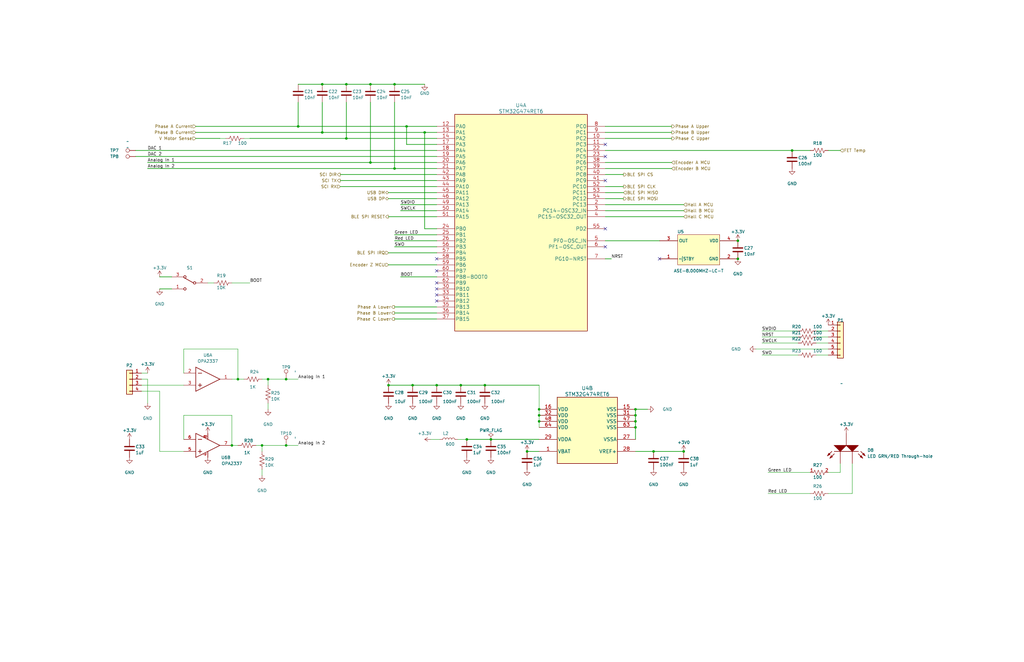
<source format=kicad_sch>
(kicad_sch (version 20231120) (generator "eeschema") (generator_version "8.0")
  (paper "B")
  (title_block (title "Advanced Motor Controller") (company "Electro Synthetics"))
  (lib_symbols
    (symbol "Connector:TestPoint" (pin_numbers hide) (pin_names (offset 0.762) hide)
      (property "Reference" "TP" (at 0 6.858 0))
      (property "Value" "TestPoint" (at 0 5.08 0))
      (symbol "TestPoint_1_1"
        (pin passive line (at 0 0 90) (length 2.54) (name "1") (number "1"))
      )
    )
    (symbol "Connector_Generic:Conn_01x04" (pin_names (offset 1.016) hide)
      (property "Reference" "J" (at 0 5.08 0))
      (property "Value" "Conn_01x04" (at 0 -7.62 0))
      (symbol "Conn_01x04_1_1"
        (pin passive line (at -5.08 2.54 0) (length 3.81) (name "Pin_1") (number "1"))
        (pin passive line (at -5.08 0 0) (length 3.81) (name "Pin_2") (number "2"))
        (pin passive line (at -5.08 -2.54 0) (length 3.81) (name "Pin_3") (number "3"))
        (pin passive line (at -5.08 -5.08 0) (length 3.81) (name "Pin_4") (number "4"))
      )
    )
    (symbol "Connector_Generic:Conn_01x06" (pin_names (offset 1.016) hide)
      (property "Reference" "J" (at 0 7.62 0))
      (property "Value" "Conn_01x06" (at 0 -10.16 0))
      (symbol "Conn_01x06_1_1"
        (pin passive line (at -5.08 5.08 0) (length 3.81) (name "Pin_1") (number "1"))
        (pin passive line (at -5.08 2.54 0) (length 3.81) (name "Pin_2") (number "2"))
        (pin passive line (at -5.08 0 0) (length 3.81) (name "Pin_3") (number "3"))
        (pin passive line (at -5.08 -2.54 0) (length 3.81) (name "Pin_4") (number "4"))
        (pin passive line (at -5.08 -5.08 0) (length 3.81) (name "Pin_5") (number "5"))
        (pin passive line (at -5.08 -7.62 0) (length 3.81) (name "Pin_6") (number "6"))
      )
    )
    (symbol "Device:C" (pin_numbers hide) (pin_names (offset 0.254))
      (property "Reference" "C" (at 0.635 2.54 0))
      (property "Value" "C" (at 0.635 -2.54 0))
      (symbol "C_1_1"
        (pin passive line (at 0 3.81 270) (length 2.794) (name "~") (number "1"))
        (pin passive line (at 0 -3.81 90) (length 2.794) (name "~") (number "2"))
      )
    )
    (symbol "Device:L" (pin_numbers hide) (pin_names (offset 1.016) hide)
      (property "Reference" "L" (at -1.27 0 90))
      (property "Value" "L" (at 1.905 0 90))
      (symbol "L_1_1"
        (pin passive line (at 0 3.81 270) (length 1.27) (name "1") (number "1"))
        (pin passive line (at 0 -3.81 90) (length 1.27) (name "2") (number "2"))
      )
    )
    (symbol "Device:R_US" (pin_numbers hide) (pin_names (offset 0))
      (property "Reference" "R" (at 2.54 0 90))
      (property "Value" "R_US" (at -2.54 0 90))
      (symbol "R_US_1_1"
        (pin passive line (at 0 3.81 270) (length 1.27) (name "~") (number "1"))
        (pin passive line (at 0 -3.81 90) (length 1.27) (name "~") (number "2"))
      )
    )
    (symbol "R_US_1" (pin_names (offset 0))
      (property "Reference" "R" (at 2.54 0 90))
      (property "Value" "R_US" (at -2.54 0 90))
      (symbol "R_US_1_1_1"
        (pin passive line (at 0 3.81 270) (length 1.27) (name "~") (number "1"))
        (pin passive line (at 0 -3.81 90) (length 1.27) (name "~") (number "2"))
      )
    )
    (symbol "User_Misc:ASE-8.000MHZ-LC-T"
      (property "Reference" "U" (at -17.78 12.7 0))
      (property "Value" "ASE-8.000MHZ-LC-T" (at -17.78 -2.54 0))
      (symbol "ASE-8.000MHZ-LC-T_1_0"
        (pin passive line (at -25.4 2.54 0) (length 7.62) (name "~{STBY") (number "1"))
        (pin passive line (at 7.62 2.54 180) (length 7.62) (name "GND") (number "2"))
        (pin passive line (at -25.4 10.16 0) (length 7.62) (name "OUT") (number "3"))
        (pin passive line (at 7.62 10.16 180) (length 7.62) (name "VDD") (number "4"))
      )
    )
    (symbol "User_Misc:JS102011SAQN"
      (property "Reference" "S" (at -5.334 -1.778 0))
      (symbol "JS102011SAQN_1_0"
        (pin passive line (at -10.16 -7.62 0) (length 5.08) (name "1") (number "1"))
        (pin passive line (at 5.08 -5.08 180) (length 5.08) (name "2") (number "2"))
        (pin passive line (at -10.16 -2.54 0) (length 5.08) (name "3") (number "3"))
      )
    )
    (symbol "User_Misc:LED GRN/RED Through-hole"
      (property "Reference" "D" (at 5.588 -7.366 0))
      (property "Value" "SSL-LX3059IGW-CA" (at 5.588 -9.906 0))
      (symbol "LED GRN/RED Through-hole_1_0"
        (pin passive line (at 0 -12.7 90) (length 5.08) (name "RK") (number "1"))
        (pin passive line (at -2.54 0 270) (length 5.08) (name "CA") (number "2"))
        (pin passive line (at -5.08 -12.7 90) (length 5.08) (name "GK") (number "3"))
      )
    )
    (symbol "User_Misc:OPA2337"
      (property "Reference" "U" (at -0.254 0.254 0))
      (property "Value" "OPA2337" (at -0.254 -12.954 0))
      (symbol "OPA2337_1_0"
        (pin output line (at 15.24 -5.08 180) (length 5.08) (name "OUT_A") (number "1"))
        (pin input line (at -5.08 -2.54 0) (length 5.08) (name "IN_A-") (number "2"))
        (pin input line (at -5.08 -7.62 0) (length 5.08) (name "IN_A+") (number "3"))
      )
      (symbol "OPA2337_2_0"
        (pin passive line (at 5.08 -10.16 90) (length 2.54) (name "4") (number "4"))
        (pin input line (at -5.08 -7.62 0) (length 5.08) (name "IN_B+") (number "5"))
        (pin input line (at -5.08 -2.54 0) (length 5.08) (name "IN_B-") (number "6"))
        (pin output line (at 15.24 -5.08 180) (length 5.08) (name "OUT_B") (number "7"))
        (pin passive line (at 5.08 0 270) (length 2.54) (name "8") (number "8"))
      )
    )
    (symbol "User_STM32G4:STM32G474RET6" (pin_names (offset 0.254))
      (property "Reference" "U" (at 35.56 10.16 0))
      (property "Value" "STM32G474RET6" (at 35.56 7.62 0))
      (symbol "STM32G474RET6_1_1"
        (pin bidirectional line (at 71.12 -5.08 180) (length 7.62) (name "PC2") (number "10"))
        (pin bidirectional line (at 71.12 -7.62 180) (length 7.62) (name "PC3") (number "11"))
        (pin bidirectional line (at 0 0 0) (length 7.62) (name "PA0") (number "12"))
        (pin bidirectional line (at 0 -2.54 0) (length 7.62) (name "PA1") (number "13"))
        (pin bidirectional line (at 0 -5.08 0) (length 7.62) (name "PA2") (number "14"))
        (pin bidirectional line (at 0 -7.62 0) (length 7.62) (name "PA3") (number "17"))
        (pin bidirectional line (at 0 -10.16 0) (length 7.62) (name "PA4") (number "18"))
        (pin bidirectional line (at 0 -12.7 0) (length 7.62) (name "PA5") (number "19"))
        (pin bidirectional line (at 71.12 -33.02 180) (length 7.62) (name "PC13") (number "2"))
        (pin bidirectional line (at 0 -15.24 0) (length 7.62) (name "PA6") (number "20"))
        (pin bidirectional line (at 0 -17.78 0) (length 7.62) (name "PA7") (number "21"))
        (pin bidirectional line (at 71.12 -10.16 180) (length 7.62) (name "PC4") (number "22"))
        (pin bidirectional line (at 71.12 -12.7 180) (length 7.62) (name "PC5") (number "23"))
        (pin bidirectional line (at 0 -43.18 0) (length 7.62) (name "PB0") (number "24"))
        (pin bidirectional line (at 0 -45.72 0) (length 7.62) (name "PB1") (number "25"))
        (pin bidirectional line (at 0 -48.26 0) (length 7.62) (name "PB2") (number "26"))
        (pin bidirectional line (at 71.12 -35.56 180) (length 7.62) (name "PC14-OSC32_IN") (number "3"))
        (pin bidirectional line (at 0 -68.58 0) (length 7.62) (name "PB10") (number "30"))
        (pin bidirectional line (at 0 -71.12 0) (length 7.62) (name "PB11") (number "33"))
        (pin bidirectional line (at 0 -73.66 0) (length 7.62) (name "PB12") (number "34"))
        (pin bidirectional line (at 0 -76.2 0) (length 7.62) (name "PB13") (number "35"))
        (pin bidirectional line (at 0 -78.74 0) (length 7.62) (name "PB14") (number "36"))
        (pin bidirectional line (at 0 -81.28 0) (length 7.62) (name "PB15") (number "37"))
        (pin bidirectional line (at 71.12 -15.24 180) (length 7.62) (name "PC6") (number "38"))
        (pin bidirectional line (at 71.12 -17.78 180) (length 7.62) (name "PC7") (number "39"))
        (pin bidirectional line (at 71.12 -38.1 180) (length 7.62) (name "PC15-OSC32_OUT") (number "4"))
        (pin bidirectional line (at 71.12 -20.32 180) (length 7.62) (name "PC8") (number "40"))
        (pin bidirectional line (at 71.12 -22.86 180) (length 7.62) (name "PC9") (number "41"))
        (pin bidirectional line (at 0 -20.32 0) (length 7.62) (name "PA8") (number "42"))
        (pin bidirectional line (at 0 -22.86 0) (length 7.62) (name "PA9") (number "43"))
        (pin bidirectional line (at 0 -25.4 0) (length 7.62) (name "PA10") (number "44"))
        (pin bidirectional line (at 0 -27.94 0) (length 7.62) (name "PA11") (number "45"))
        (pin bidirectional line (at 0 -30.48 0) (length 7.62) (name "PA12") (number "46"))
        (pin bidirectional line (at 0 -33.02 0) (length 7.62) (name "PA13") (number "49"))
        (pin bidirectional line (at 71.12 -48.26 180) (length 7.62) (name "PF0-OSC_IN") (number "5"))
        (pin bidirectional line (at 0 -35.56 0) (length 7.62) (name "PA14") (number "50"))
        (pin bidirectional line (at 0 -38.1 0) (length 7.62) (name "PA15") (number "51"))
        (pin bidirectional line (at 71.12 -25.4 180) (length 7.62) (name "PC10") (number "52"))
        (pin bidirectional line (at 71.12 -27.94 180) (length 7.62) (name "PC11") (number "53"))
        (pin bidirectional line (at 71.12 -30.48 180) (length 7.62) (name "PC12") (number "54"))
        (pin bidirectional line (at 71.12 -43.18 180) (length 7.62) (name "PD2") (number "55"))
        (pin bidirectional line (at 0 -50.8 0) (length 7.62) (name "PB3") (number "56"))
        (pin bidirectional line (at 0 -53.34 0) (length 7.62) (name "PB4") (number "57"))
        (pin bidirectional line (at 0 -55.88 0) (length 7.62) (name "PB5") (number "58"))
        (pin bidirectional line (at 0 -58.42 0) (length 7.62) (name "PB6") (number "59"))
        (pin bidirectional line (at 71.12 -50.8 180) (length 7.62) (name "PF1-OSC_OUT") (number "6"))
        (pin bidirectional line (at 0 -60.96 0) (length 7.62) (name "PB7") (number "60"))
        (pin bidirectional line (at 0 -63.5 0) (length 7.62) (name "PB8-BOOT0") (number "61"))
        (pin bidirectional line (at 0 -66.04 0) (length 7.62) (name "PB9") (number "62"))
        (pin bidirectional line (at 71.12 -55.88 180) (length 7.62) (name "PG10-NRST") (number "7"))
        (pin bidirectional line (at 71.12 0 180) (length 7.62) (name "PC0") (number "8"))
        (pin bidirectional line (at 71.12 -2.54 180) (length 7.62) (name "PC1") (number "9"))
      )
      (symbol "STM32G474RET6_2_1"
        (pin power_in line (at 0 -17.78 0) (length 7.62) (name "VBAT") (number "1"))
        (pin power_in line (at 40.64 0 180) (length 7.62) (name "VSS") (number "15"))
        (pin power_in line (at 0 0 0) (length 7.62) (name "VDD") (number "16"))
        (pin power_in line (at 40.64 -12.7 180) (length 7.62) (name "VSSA") (number "27"))
        (pin power_in line (at 40.64 -17.78 180) (length 7.62) (name "VREF+") (number "28"))
        (pin power_in line (at 0 -12.7 0) (length 7.62) (name "VDDA") (number "29"))
        (pin power_in line (at 40.64 -2.54 180) (length 7.62) (name "VSS") (number "31"))
        (pin power_in line (at 0 -2.54 0) (length 7.62) (name "VDD") (number "32"))
        (pin power_in line (at 40.64 -5.08 180) (length 7.62) (name "VSS") (number "47"))
        (pin power_in line (at 0 -5.08 0) (length 7.62) (name "VDD") (number "48"))
        (pin power_in line (at 40.64 -7.62 180) (length 7.62) (name "VSS") (number "63"))
        (pin power_in line (at 0 -7.62 0) (length 7.62) (name "VDD") (number "64"))
      )
    )
    (symbol "power:+3.3V" (power) (pin_names (offset 0))
      (property "Value" "+3.3V" (at 0 3.556 0))
      (symbol "+3.3V_1_1"
        (pin power_in line (at 0 0 90) (length 0) hide (name "+3.3V") (number "1"))
      )
    )
    (symbol "power:+3V0" (power) (pin_names (offset 0))
      (property "Value" "+3V0" (at 0 3.556 0))
      (symbol "+3V0_1_1"
        (pin power_in line (at 0 0 90) (length 0) hide (name "+3V0") (number "1"))
      )
    )
    (symbol "power:GND" (power) (pin_names (offset 0))
      (property "Value" "GND" (at 0 -3.81 0))
      (symbol "GND_1_1"
        (pin power_in line (at 0 0 270) (length 0) hide (name "GND") (number "1"))
      )
    )
    (symbol "power:PWR_FLAG" (power) (pin_numbers hide) (pin_names (offset 0) hide)
      (property "Value" "PWR_FLAG" (at 0 3.81 0))
      (symbol "PWR_FLAG_0_0"
        (pin power_out line (at 0 0 90) (length 0) (name "pwr") (number "1"))
      )
    )
  )
  (junction (at 120.65 187.96))
  (junction (at 267.97 172.72))
  (junction (at 135.89 55.88))
  (junction (at 171.45 53.34))
  (junction (at 156.21 68.58))
  (junction (at 184.15 162.56))
  (junction (at 156.21 35.56))
  (junction (at 120.65 160.02))
  (junction (at 204.47 162.56))
  (junction (at 146.05 58.42))
  (junction (at 311.15 109.22))
  (junction (at 288.29 190.5))
  (junction (at 179.07 55.88))
  (junction (at 222.25 190.5))
  (junction (at 267.97 177.8))
  (junction (at 267.97 180.34))
  (junction (at 113.03 160.02))
  (junction (at 334.01 63.5))
  (junction (at 166.37 71.12))
  (junction (at 311.15 101.6))
  (junction (at 166.37 35.56))
  (junction (at 125.73 53.34))
  (junction (at 97.79 187.96))
  (junction (at 196.85 185.42))
  (junction (at 227.33 175.26))
  (junction (at 173.99 162.56))
  (junction (at 267.97 175.26))
  (junction (at 135.89 35.56))
  (junction (at 275.59 190.5))
  (junction (at 227.33 177.8))
  (junction (at 163.83 162.56))
  (junction (at 110.49 187.96))
  (junction (at 227.33 172.72))
  (junction (at 194.31 162.56))
  (junction (at 207.01 185.42))
  (junction (at 100.33 160.02))
  (junction (at 146.05 35.56))
  (no_connect (at 255.27 76.2))
  (no_connect (at 184.15 114.3))
  (no_connect (at 184.15 121.92))
  (no_connect (at 278.13 109.22))
  (no_connect (at 184.15 119.38))
  (no_connect (at 255.27 60.96))
  (no_connect (at 255.27 66.04))
  (no_connect (at 184.15 127))
  (no_connect (at 184.15 109.22))
  (no_connect (at 184.15 124.46))
  (no_connect (at 255.27 96.52))
  (no_connect (at 255.27 104.14))
  (wire (pts (xy 163.83 91.44) (xy 184.15 91.44)) (stroke (width 0.254)))
  (wire (pts (xy 267.97 190.5) (xy 275.59 190.5)) (stroke (width 0.254)))
  (wire (pts (xy 97.79 187.96) (xy 100.33 187.96)))
  (wire (pts (xy 59.69 162.56) (xy 77.47 162.56)))
  (wire (pts (xy 283.21 58.42) (xy 255.27 58.42)) (stroke (width 0.254)))
  (wire (pts (xy 354.33 63.5) (xy 349.25 63.5)) (stroke (width 0.254)))
  (wire (pts (xy 171.45 53.34) (xy 125.73 53.34)) (stroke (width 0.254)))
  (wire (pts (xy 288.29 86.36) (xy 255.27 86.36)) (stroke (width 0.254)))
  (wire (pts (xy 67.31 190.5) (xy 77.47 190.5)))
  (wire (pts (xy 344.17 142.24) (xy 349.25 142.24)))
  (wire (pts (xy 163.83 111.76) (xy 184.15 111.76)) (stroke (width 0.254)))
  (wire (pts (xy 107.95 187.96) (xy 110.49 187.96)))
  (wire (pts (xy 166.37 71.12) (xy 62.23 71.12)) (stroke (width 0.254)))
  (wire (pts (xy 125.73 53.34) (xy 82.55 53.34)) (stroke (width 0.254)))
  (wire (pts (xy 262.89 81.28) (xy 255.27 81.28)) (stroke (width 0.254)))
  (wire (pts (xy 92.71 58.42) (xy 95.25 58.42)))
  (wire (pts (xy 207.01 185.42) (xy 227.33 185.42)) (stroke (width 0.254)))
  (wire (pts (xy 97.79 175.26) (xy 97.79 187.96)))
  (wire (pts (xy 184.15 71.12) (xy 166.37 71.12)) (stroke (width 0.254)))
  (wire (pts (xy 77.47 157.48) (xy 77.47 147.32)))
  (wire (pts (xy 323.85 199.39) (xy 341.63 199.39)))
  (wire (pts (xy 196.85 185.42) (xy 207.01 185.42)) (stroke (width 0.254)))
  (wire (pts (xy 344.17 144.78) (xy 349.25 144.78)))
  (wire (pts (xy 163.83 106.68) (xy 184.15 106.68)) (stroke (width 0.254)))
  (wire (pts (xy 62.23 160.02) (xy 62.23 170.18)))
  (wire (pts (xy 156.21 43.18) (xy 156.21 68.58)) (stroke (width 0.254)))
  (wire (pts (xy 168.91 86.36) (xy 184.15 86.36)) (stroke (width 0.254)))
  (wire (pts (xy 156.21 35.56) (xy 166.37 35.56)) (stroke (width 0.254)))
  (wire (pts (xy 179.07 55.88) (xy 184.15 55.88)) (stroke (width 0.254)))
  (wire (pts (xy 163.83 81.28) (xy 184.15 81.28)) (stroke (width 0.254)))
  (wire (pts (xy 173.99 162.56) (xy 184.15 162.56)) (stroke (width 0.254)))
  (wire (pts (xy 77.47 185.42) (xy 77.47 175.26)))
  (wire (pts (xy 184.15 162.56) (xy 194.31 162.56)) (stroke (width 0.254)))
  (wire (pts (xy 110.49 198.12) (xy 110.49 200.66)))
  (wire (pts (xy 283.21 68.58) (xy 255.27 68.58)) (stroke (width 0.254)))
  (wire (pts (xy 184.15 53.34) (xy 171.45 53.34)) (stroke (width 0.254)))
  (wire (pts (xy 125.73 35.56) (xy 135.89 35.56)) (stroke (width 0.254)))
  (wire (pts (xy 321.31 139.7) (xy 336.55 139.7)))
  (wire (pts (xy 204.47 162.56) (xy 227.33 162.56)) (stroke (width 0.254)))
  (wire (pts (xy 267.97 175.26) (xy 267.97 177.8)) (stroke (width 0.254)))
  (wire (pts (xy 166.37 104.14) (xy 184.15 104.14)) (stroke (width 0.254)))
  (wire (pts (xy 168.91 116.84) (xy 184.15 116.84)) (stroke (width 0.254)))
  (wire (pts (xy 67.31 165.1) (xy 67.31 190.5)))
  (wire (pts (xy 143.51 78.74) (xy 184.15 78.74)) (stroke (width 0.254)))
  (wire (pts (xy 166.37 35.56) (xy 179.07 35.56)) (stroke (width 0.254)))
  (wire (pts (xy 227.33 177.8) (xy 227.33 180.34)))
  (wire (pts (xy 146.05 43.18) (xy 146.05 58.42)) (stroke (width 0.254)))
  (wire (pts (xy 283.21 55.88) (xy 255.27 55.88)) (stroke (width 0.254)))
  (wire (pts (xy 334.01 63.5) (xy 341.63 63.5)) (stroke (width 0.254)))
  (wire (pts (xy 267.97 172.72) (xy 267.97 175.26)) (stroke (width 0.254)))
  (wire (pts (xy 267.97 177.8) (xy 267.97 180.34)) (stroke (width 0.254)))
  (wire (pts (xy 267.97 172.72) (xy 273.05 172.72)) (stroke (width 0.254)))
  (wire (pts (xy 181.61 185.42) (xy 185.42 185.42)))
  (wire (pts (xy 163.83 162.56) (xy 173.99 162.56)) (stroke (width 0.254)))
  (wire (pts (xy 179.07 96.52) (xy 179.07 55.88)) (stroke (width 0.254)))
  (wire (pts (xy 120.65 160.02) (xy 125.73 160.02)))
  (wire (pts (xy 97.79 119.38) (xy 105.41 119.38)))
  (wire (pts (xy 283.21 53.34) (xy 255.27 53.34)) (stroke (width 0.254)))
  (wire (pts (xy 255.27 63.5) (xy 334.01 63.5)) (stroke (width 0.254)))
  (wire (pts (xy 193.04 185.42) (xy 196.85 185.42)))
  (wire (pts (xy 57.15 66.04) (xy 184.15 66.04)) (stroke (width 0.254)))
  (wire (pts (xy 120.65 187.96) (xy 125.73 187.96)))
  (wire (pts (xy 321.31 142.24) (xy 336.55 142.24)))
  (wire (pts (xy 275.59 190.5) (xy 288.29 190.5)) (stroke (width 0.254)))
  (wire (pts (xy 344.17 149.86) (xy 349.25 149.86)))
  (wire (pts (xy 321.31 149.86) (xy 336.55 149.86)))
  (wire (pts (xy 59.69 165.1) (xy 67.31 165.1)))
  (wire (pts (xy 62.23 68.58) (xy 156.21 68.58)) (stroke (width 0.254)))
  (wire (pts (xy 100.33 147.32) (xy 100.33 160.02)))
  (wire (pts (xy 166.37 134.62) (xy 184.15 134.62)) (stroke (width 0.254)))
  (wire (pts (xy 267.97 180.34) (xy 267.97 185.42)) (stroke (width 0.254)))
  (wire (pts (xy 87.63 119.38) (xy 90.17 119.38)))
  (wire (pts (xy 359.41 208.28) (xy 349.25 208.28)))
  (wire (pts (xy 102.87 58.42) (xy 105.41 58.42)))
  (wire (pts (xy 143.51 76.2) (xy 184.15 76.2)) (stroke (width 0.254)))
  (wire (pts (xy 59.69 157.48) (xy 62.23 157.48)))
  (wire (pts (xy 125.73 43.18) (xy 125.73 53.34)) (stroke (width 0.254)))
  (wire (pts (xy 135.89 43.18) (xy 135.89 55.88)) (stroke (width 0.254)))
  (wire (pts (xy 166.37 129.54) (xy 184.15 129.54)) (stroke (width 0.254)))
  (wire (pts (xy 262.89 78.74) (xy 255.27 78.74)) (stroke (width 0.254)))
  (wire (pts (xy 257.81 109.22) (xy 255.27 109.22)) (stroke (width 0.254)))
  (wire (pts (xy 354.33 195.58) (xy 354.33 199.39)))
  (wire (pts (xy 146.05 35.56) (xy 156.21 35.56)) (stroke (width 0.254)))
  (wire (pts (xy 156.21 68.58) (xy 184.15 68.58)) (stroke (width 0.254)))
  (wire (pts (xy 110.49 160.02) (xy 113.03 160.02)))
  (wire (pts (xy 227.33 172.72) (xy 227.33 175.26)))
  (wire (pts (xy 262.89 83.82) (xy 255.27 83.82)) (stroke (width 0.254)))
  (wire (pts (xy 143.51 73.66) (xy 184.15 73.66)) (stroke (width 0.254)))
  (wire (pts (xy 113.03 170.18) (xy 113.03 172.72)))
  (wire (pts (xy 135.89 35.56) (xy 146.05 35.56)) (stroke (width 0.254)))
  (wire (pts (xy 255.27 101.6) (xy 278.13 101.6)) (stroke (width 0.254)))
  (wire (pts (xy 82.55 55.88) (xy 135.89 55.88)) (stroke (width 0.254)))
  (wire (pts (xy 82.55 58.42) (xy 92.71 58.42)) (stroke (width 0.254)))
  (wire (pts (xy 110.49 187.96) (xy 110.49 190.5)))
  (wire (pts (xy 97.79 160.02) (xy 100.33 160.02)))
  (wire (pts (xy 171.45 53.34) (xy 171.45 60.96)) (stroke (width 0.254)))
  (wire (pts (xy 135.89 55.88) (xy 179.07 55.88)) (stroke (width 0.254)))
  (wire (pts (xy 227.33 162.56) (xy 227.33 172.72)))
  (wire (pts (xy 77.47 175.26) (xy 97.79 175.26)))
  (wire (pts (xy 323.85 208.28) (xy 341.63 208.28)))
  (wire (pts (xy 168.91 88.9) (xy 184.15 88.9)) (stroke (width 0.254)))
  (wire (pts (xy 166.37 99.06) (xy 184.15 99.06)) (stroke (width 0.254)))
  (wire (pts (xy 166.37 101.6) (xy 184.15 101.6)) (stroke (width 0.254)))
  (wire (pts (xy 354.33 199.39) (xy 349.25 199.39)))
  (wire (pts (xy 194.31 162.56) (xy 204.47 162.56)) (stroke (width 0.254)))
  (wire (pts (xy 113.03 160.02) (xy 120.65 160.02)))
  (wire (pts (xy 184.15 96.52) (xy 179.07 96.52)) (stroke (width 0.254)))
  (wire (pts (xy 255.27 73.66) (xy 262.89 73.66)) (stroke (width 0.254)))
  (wire (pts (xy 288.29 91.44) (xy 255.27 91.44)) (stroke (width 0.254)))
  (wire (pts (xy 283.21 71.12) (xy 255.27 71.12)) (stroke (width 0.254)))
  (wire (pts (xy 57.15 63.5) (xy 184.15 63.5)) (stroke (width 0.254)))
  (wire (pts (xy 166.37 43.18) (xy 166.37 71.12)) (stroke (width 0.254)))
  (wire (pts (xy 113.03 160.02) (xy 113.03 162.56)))
  (wire (pts (xy 359.41 195.58) (xy 359.41 208.28)))
  (wire (pts (xy 77.47 147.32) (xy 100.33 147.32)))
  (wire (pts (xy 344.17 139.7) (xy 349.25 139.7)))
  (wire (pts (xy 171.45 60.96) (xy 184.15 60.96)) (stroke (width 0.254)))
  (wire (pts (xy 67.31 116.84) (xy 72.39 116.84)) (stroke (width 0.254)))
  (wire (pts (xy 227.33 175.26) (xy 227.33 177.8)))
  (wire (pts (xy 288.29 88.9) (xy 255.27 88.9)) (stroke (width 0.254)))
  (wire (pts (xy 100.33 160.02) (xy 102.87 160.02)))
  (wire (pts (xy 321.31 144.78) (xy 336.55 144.78)))
  (wire (pts (xy 222.25 190.5) (xy 227.33 190.5)) (stroke (width 0.254)))
  (wire (pts (xy 146.05 58.42) (xy 184.15 58.42)) (stroke (width 0.254)))
  (wire (pts (xy 67.31 121.92) (xy 72.39 121.92)) (stroke (width 0.254)))
  (wire (pts (xy 110.49 187.96) (xy 120.65 187.96)))
  (wire (pts (xy 59.69 160.02) (xy 62.23 160.02)))
  (wire (pts (xy 163.83 83.82) (xy 184.15 83.82)) (stroke (width 0.254)))
  (wire (pts (xy 166.37 132.08) (xy 184.15 132.08)) (stroke (width 0.254)))
  (wire (pts (xy 105.41 58.42) (xy 146.05 58.42)) (stroke (width 0.254)))
  (wire (pts (xy 318.77 147.32) (xy 349.25 147.32)))
  (label "SWCLK" (at 321.31 144.78 0))
  (label "Red LED" (at 166.37 101.6 0))
  (label "SWDIO" (at 321.31 139.7 0))
  (label "BOOT" (at 168.91 116.84 0))
  (label "SWO" (at 166.37 104.14 0))
  (label "Red LED" (at 323.85 208.28 0))
  (label "BOOT" (at 105.41 119.38 0))
  (label "NRST" (at 257.81 109.22 0))
  (label "SWCLK" (at 168.91 88.9 0))
  (label "Green LED" (at 323.85 199.39 0))
  (label "Analog In 2" (at 125.73 187.96 0))
  (label "SWDIO" (at 168.91 86.36 0))
  (label "Green LED" (at 166.37 99.06 0))
  (label "DAC 1" (at 62.23 63.5 0))
  (label "DAC 2" (at 62.23 66.04 0))
  (label "Analog In 1" (at 125.73 160.02 0))
  (label "Analog In 1" (at 62.23 68.58 0))
  (label "SWO" (at 321.31 149.86 0))
  (label "Analog In 2" (at 62.23 71.12 0))
  (label "NRST" (at 321.31 142.24 0))
  (hierarchical_label "Hall A MCU" (shape input) (at 288.29 86.36 0))
  (hierarchical_label "Phase A Upper" (shape output) (at 283.21 53.34 0))
  (hierarchical_label "Phase C Upper" (shape output) (at 283.21 58.42 0))
  (hierarchical_label "BLE SPI MISO" (shape input) (at 262.89 81.28 0))
  (hierarchical_label "Phase C Lower" (shape output) (at 166.37 134.62 180))
  (hierarchical_label "SCI DIR" (shape output) (at 143.51 73.66 180))
  (hierarchical_label "Hall C MCU" (shape input) (at 288.29 91.44 0))
  (hierarchical_label "Encoder B MCU" (shape input) (at 283.21 71.12 0))
  (hierarchical_label "FET Temp" (shape input) (at 354.33 63.5 0))
  (hierarchical_label "Phase B Lower" (shape output) (at 166.37 132.08 180))
  (hierarchical_label "Phase A Current" (shape input) (at 82.55 53.34 180))
  (hierarchical_label "Phase B Current" (shape input) (at 82.55 55.88 180))
  (hierarchical_label "Phase A Lower" (shape output) (at 166.37 129.54 180))
  (hierarchical_label "Encoder Z MCU" (shape input) (at 163.83 111.76 180))
  (hierarchical_label "BLE SPI RESET" (shape output) (at 163.83 91.44 180))
  (hierarchical_label "BLE SPI CLK" (shape output) (at 262.89 78.74 0))
  (hierarchical_label "SCI RX" (shape input) (at 143.51 78.74 180))
  (hierarchical_label "BLE SPI CS" (shape output) (at 262.89 73.66 0))
  (hierarchical_label "V Motor Sense" (shape input) (at 82.55 58.42 180))
  (hierarchical_label "Phase B Upper" (shape output) (at 283.21 55.88 0))
  (hierarchical_label "SCI TX" (shape output) (at 143.51 76.2 180))
  (hierarchical_label "Encoder A MCU" (shape input) (at 283.21 68.58 0))
  (hierarchical_label "BLE SPI IRQ" (shape input) (at 163.83 106.68 180))
  (hierarchical_label "USB DP" (shape bidirectional) (at 163.83 83.82 180))
  (hierarchical_label "USB DM" (shape bidirectional) (at 163.83 81.28 180))
  (hierarchical_label "BLE SPI MOSI" (shape output) (at 262.89 83.82 0))
  (hierarchical_label "Hall B MCU" (shape input) (at 288.29 88.9 0))
  (symbol (lib_id "Device:C") (at 311.15 105.41 0) (unit 1)
    (property "Reference" "C27" (at 313.69 105.41 0) (effects (justify left bottom)))
    (property "Value" "10nF" (at 313.69 107.95 0) (effects (justify left bottom)))
    (property "Footprint" "Capacitor_SMD:C_0603_1608Metric" (effects (hide yes)))
    (property "Manufacturer" "Samsung Electro-Mechanics" (effects (hide yes)))
    (property "Manufacturer Part Number" "CL10B103KB8NCNC" (effects (hide yes)))
    (property "Supplier 1" "Digi-Key" (effects (hide yes)))
    (property "Supplier Part Number 1" "1276-1921-1-ND" (effects (hide yes)))
  )
  (symbol (lib_id "power:GND") (at 334.01 71.12 0) (unit 1)
    (property "Reference" "#PWR0117" (effects (hide yes)))
    (property "Value" "GND" (at 334.01 77.47 0))
  )
  (symbol (lib_id "Device:R_US") (at 93.98 119.38 90) (unit 1)
    (property "Reference" "R19" (at 95.25 115.57 90) (effects (justify left bottom)))
    (property "Value" "10K" (at 95.25 120.65 90) (effects (justify left bottom)))
    (property "Footprint" "Resistor_SMD:R_0805_2012Metric" (effects (hide yes)))
    (property "Manufacturer" "Susumu" (effects (hide yes)))
    (property "Manufacturer Part Number" "RR1220P-103-D" (effects (hide yes)))
    (property "Supplier 1" "Digi-Key" (effects (hide yes)))
    (property "Supplier Part Number 1" "RR12P10.0KDCT-ND" (effects (hide yes)))
  )
  (symbol (lib_id "Device:C") (at 275.59 194.31 0) (unit 1)
    (property "Reference" "C37" (at 278.13 194.31 0) (effects (justify left bottom)))
    (property "Value" "100nF" (at 278.13 196.85 0) (effects (justify left bottom)))
    (property "Footprint" "Capacitor_SMD:C_0603_1608Metric" (effects (hide yes)))
    (property "Manufacturer" "AVX Corporation" (effects (hide yes)))
    (property "Manufacturer Part Number" "06035G104ZAT2A" (effects (hide yes)))
    (property "Supplier 1" "Digi-Key" (effects (hide yes)))
    (property "Supplier Part Number 1" "478-3724-1-ND" (effects (hide yes)))
  )
  (symbol (lib_id "power:+3.3V") (at 356.87 182.88 0) (unit 1)
    (property "Reference" "#PWR0123" (effects (hide yes)))
    (property "Value" "+3.3V" (at 356.87 179.07 0))
  )
  (symbol (lib_id "Device:R_US") (at 110.49 194.31 180) (unit 1)
    (property "Reference" "R29" (at 115.57 193.04 0) (effects (justify left bottom)))
    (property "Value" "10K" (at 115.57 195.58 0) (effects (justify left bottom)))
    (property "Footprint" "Resistor_SMD:R_0805_2012Metric" (effects (hide yes)))
    (property "Manufacturer" "Susumu" (effects (hide yes)))
    (property "Manufacturer Part Number" "RR1220P-103-D" (effects (hide yes)))
    (property "Supplier 1" "Digi-Key" (effects (hide yes)))
    (property "Supplier Part Number 1" "RR12P10.0KDCT-ND" (effects (hide yes)))
  )
  (symbol (lib_id "power:GND") (at 273.05 172.72 90) (unit 1)
    (property "Reference" "#PWR0102" (effects (hide yes)))
    (property "Value" "GND" (at 279.4 172.72 90) (effects (justify right)))
  )
  (symbol (lib_id "Device:R_US") (at 340.36 139.7 90) (unit 1)
    (property "Reference" "R20" (at 337.82 137.16 90) (effects (justify left bottom)))
    (property "Value" "100" (at 346.71 137.16 90) (effects (justify left bottom)))
    (property "Footprint" "Resistor_SMD:R_0603_1608Metric" (effects (hide yes)))
    (property "Manufacturer" "Yageo" (effects (hide yes)))
    (property "Manufacturer Part Number" "RC0603FR-07100RL" (effects (hide yes)))
    (property "Supplier 1" "Digi-Key" (effects (hide yes)))
    (property "Supplier Part Number 1" "311-100HRCT-ND" (effects (hide yes)))
  )
  (symbol (lib_id "power:GND") (at 163.83 170.18 0) (unit 1)
    (property "Reference" "#PWR0113" (effects (hide yes)))
    (property "Value" "GND" (at 163.83 176.53 0))
  )
  (symbol (lib_id "Device:C") (at 288.29 194.31 0) (unit 1)
    (property "Reference" "C38" (at 290.83 194.31 0) (effects (justify left bottom)))
    (property "Value" "1uF" (at 290.83 196.85 0) (effects (justify left bottom)))
    (property "Footprint" "Capacitor_SMD:C_0603_1608Metric" (effects (hide yes)))
    (property "Manufacturer" "Samsung Electro-Mechanics" (effects (hide yes)))
    (property "Manufacturer Part Number" "CL10A105KA8NNNC" (effects (hide yes)))
    (property "Supplier 1" "Digi-Key" (effects (hide yes)))
    (property "Supplier Part Number 1" "1276-1102-1-ND" (effects (hide yes)))
  )
  (symbol (lib_id "Device:R_US") (at 104.14 187.96 270) (unit 1)
    (property "Reference" "R28" (at 102.87 186.69 90) (effects (justify left bottom)))
    (property "Value" "1K" (at 102.87 191.77 90) (effects (justify left bottom)))
    (property "Footprint" "Resistor_SMD:R_0603_1608Metric" (effects (hide yes)))
    (property "Manufacturer" "Susumu" (effects (hide yes)))
    (property "Manufacturer Part Number" "RR0816P-102-D" (effects (hide yes)))
    (property "Supplier 1" "Digi-Key" (effects (hide yes)))
    (property "Supplier Part Number 1" "RR08P1.0KDDKR-ND" (effects (hide yes)))
  )
  (symbol (lib_id "Device:C") (at 54.61 189.23 0) (unit 1)
    (property "Reference" "C33" (at 57.15 189.23 0) (effects (justify left bottom)))
    (property "Value" "1uF" (at 57.15 191.77 0) (effects (justify left bottom)))
    (property "Footprint" "Capacitor_SMD:C_0603_1608Metric" (effects (hide yes)))
    (property "Manufacturer" "Samsung Electro-Mechanics" (effects (hide yes)))
    (property "Manufacturer Part Number" "CL10A105KA8NNNC" (effects (hide yes)))
    (property "Supplier 1" "Digi-Key" (effects (hide yes)))
    (property "Supplier Part Number 1" "1276-1102-1-ND" (effects (hide yes)))
  )
  (symbol (lib_id "User_Misc:OPA2337") (at 82.55 154.94 0) (unit 1)
    (property "Reference" "U6" (at 87.63 149.86 0))
    (property "Value" "OPA2337" (at 87.63 152.4 0))
    (property "Footprint" "Package_TO_SOT_SMD:SOT-23-8" (effects (hide yes)))
    (property "Datasheet" "https://www.ti.com/lit/ds/sbos077b/sbos077b.pdf" (effects (hide yes)))
    (property "Supplier 1" "Digi-Key" (effects (hide yes)))
    (property "Supplier Part Number 1" "296-26252-1-ND" (effects (hide yes)))
    (property "Manufacturer" "Texas Instruments" (effects (hide yes)))
    (property "Manufacturer Part Number" "OPA2337EA/3K" (effects (hide yes)))
  )
  (symbol (lib_id "Device:C") (at 194.31 166.37 0) (unit 1)
    (property "Reference" "C31" (at 196.85 166.37 0) (effects (justify left bottom)))
    (property "Value" "100nF" (at 196.85 170.18 0) (effects (justify left bottom)))
    (property "Footprint" "Capacitor_SMD:C_0603_1608Metric" (effects (hide yes)))
    (property "Manufacturer" "AVX Corporation" (effects (hide yes)))
    (property "Manufacturer Part Number" "06035G104ZAT2A" (effects (hide yes)))
    (property "Supplier 1" "Digi-Key" (effects (hide yes)))
    (property "Supplier Part Number 1" "478-3724-1-ND" (effects (hide yes)))
  )
  (symbol (lib_id "power:GND") (at 194.31 170.18 0) (unit 1)
    (property "Reference" "#PWR0114" (effects (hide yes)))
    (property "Value" "GND" (at 194.31 176.53 0))
  )
  (symbol (lib_id "power:GND") (at 196.85 193.04 0) (unit 1)
    (property "Reference" "#PWR0106" (effects (hide yes)))
    (property "Value" "GND" (at 196.85 199.39 0))
  )
  (symbol (lib_name "R_US_1") (lib_id "Device:R_US") (at 345.44 199.39 90) (unit 1)
    (property "Reference" "R27" (at 346.71 195.58 90) (effects (justify left bottom)))
    (property "Value" "100" (at 346.71 200.66 90) (effects (justify left bottom)))
    (property "Footprint" "Resistor_SMD:R_0603_1608Metric" (effects (hide yes)))
    (property "Manufacturer" "Yageo" (effects (hide yes)))
    (property "Manufacturer Part Number" "RC0603FR-07100RL" (effects (hide yes)))
    (property "Supplier 1" "Digi-Key" (effects (hide yes)))
    (property "Supplier Part Number 1" "311-100HRCT-ND" (effects (hide yes)))
  )
  (symbol (lib_id "Connector:TestPoint") (at 57.15 66.04 90) (unit 1)
    (property "Reference" "TP8" (at 48.26 66.04 90))
    (property "Value" "~" (at 53.848 62.23 90))
    (property "Footprint" "User_Misc:TestPoint" (effects (hide yes)))
    (property "Datasheet" "https://www.keyelco.com/userAssets/file/M65p56.pdf" (effects (hide yes)))
    (property "Manufacturer" "Keystone Electronics" (effects (hide yes)))
    (property "Manufacturer Part Number" "5003" (effects (hide yes)))
    (property "Supplier 1" "Digi-Key" (effects (hide yes)))
    (property "Supplier Part Number 1" "36-5003-ND" (effects (hide yes)))
  )
  (symbol (lib_id "Device:C") (at 125.73 39.37 0) (unit 1)
    (property "Reference" "C21" (at 128.27 39.37 0) (effects (justify left bottom)))
    (property "Value" "10nF" (at 128.27 41.91 0) (effects (justify left bottom)))
    (property "Footprint" "Capacitor_SMD:C_0603_1608Metric" (effects (hide yes)))
    (property "Manufacturer" "Samsung Electro-Mechanics" (effects (hide yes)))
    (property "Manufacturer Part Number" "CL10B103KB8NCNC" (effects (hide yes)))
    (property "Supplier 1" "Digi-Key" (effects (hide yes)))
    (property "Supplier Part Number 1" "1276-1921-1-ND" (effects (hide yes)))
  )
  (symbol (lib_id "power:GND") (at 54.61 193.04 0) (unit 1)
    (property "Reference" "#PWR0130" (effects (hide yes)))
    (property "Value" "GND" (at 54.61 199.39 0))
  )
  (symbol (lib_id "power:+3.3V") (at 87.63 182.88 0) (unit 1)
    (property "Reference" "#PWR0126" (effects (hide yes)))
    (property "Value" "+3.3V" (at 87.63 179.07 0))
  )
  (symbol (lib_id "power:GND") (at 311.15 109.22 0) (unit 1)
    (property "Reference" "#PWR0118" (effects (hide yes)))
    (property "Value" "GND" (at 311.15 115.57 0))
  )
  (symbol (lib_id "Device:R_US") (at 99.06 58.42 90) (unit 1)
    (property "Reference" "R17" (at 97.79 59.69 90) (effects (justify left bottom)))
    (property "Value" "100" (at 104.14 59.69 90) (effects (justify left bottom)))
    (property "Footprint" "Resistor_SMD:R_0603_1608Metric" (effects (hide yes)))
    (property "Manufacturer" "Yageo" (effects (hide yes)))
    (property "Manufacturer Part Number" "RC0603FR-07100RL" (effects (hide yes)))
    (property "Supplier 1" "Digi-Key" (effects (hide yes)))
    (property "Supplier Part Number 1" "311-100HRCT-ND" (effects (hide yes)))
  )
  (symbol (lib_id "power:GND") (at 207.01 193.04 0) (unit 1)
    (property "Reference" "#PWR0107" (effects (hide yes)))
    (property "Value" "GND" (at 207.01 199.39 0))
  )
  (symbol (lib_id "power:GND") (at 62.23 170.18 0) (unit 1)
    (property "Reference" "#PWR0131" (effects (hide yes)))
    (property "Value" "GND" (at 62.23 176.53 0))
  )
  (symbol (lib_id "User_Misc:ASE-8.000MHZ-LC-T") (at 303.53 111.76 0) (unit 1)
    (property "Reference" "U5" (at 287.02 97.79 0))
    (property "Value" "ASE-8.000MHZ-LC-T" (at 294.64 114.3 0))
    (property "Footprint" "Crystal:Crystal_SMD_Abracon_ABM8G-4Pin_3.2x2.5mm" (effects (hide yes)))
    (property "Datasheet" "https://abracon.com/Oscillators/ASEseries.pdf" (effects (hide yes)))
    (property "Manufacturer" "Abracon LLC" (effects (hide yes)))
    (property "Manufacturer Part Number" "ASE-8.000MHZ-LC-T" (effects (hide yes)))
    (property "Supplier 1" "Digi-Key" (effects (hide yes)))
    (property "Supplier Part Number 1" "535-9558-1-ND" (effects (hide yes)))
  )
  (symbol (lib_id "Device:R_US") (at 345.44 63.5 90) (unit 1)
    (property "Reference" "R18" (at 346.71 59.69 90) (effects (justify left bottom)))
    (property "Value" "100" (at 346.71 64.77 90) (effects (justify left bottom)))
    (property "Footprint" "Resistor_SMD:R_0603_1608Metric" (effects (hide yes)))
    (property "Manufacturer" "Yageo" (effects (hide yes)))
    (property "Manufacturer Part Number" "RC0603FR-07100RL" (effects (hide yes)))
    (property "Supplier 1" "Digi-Key" (effects (hide yes)))
    (property "Supplier Part Number 1" "311-100HRCT-ND" (effects (hide yes)))
  )
  (symbol (lib_id "power:GND") (at 184.15 170.18 0) (unit 1)
    (property "Reference" "#PWR0115" (effects (hide yes)))
    (property "Value" "GND" (at 184.15 176.53 0))
  )
  (symbol (lib_id "power:GND") (at 222.25 198.12 0) (unit 1)
    (property "Reference" "#PWR0105" (effects (hide yes)))
    (property "Value" "GND" (at 222.25 204.47 0))
  )
  (symbol (lib_id "Device:R_US") (at 345.44 208.28 90) (unit 1)
    (property "Reference" "R26" (at 346.71 204.47 90) (effects (justify left bottom)))
    (property "Value" "100" (at 346.71 209.55 90) (effects (justify left bottom)))
    (property "Footprint" "Resistor_SMD:R_0603_1608Metric" (effects (hide yes)))
    (property "Manufacturer" "Yageo" (effects (hide yes)))
    (property "Manufacturer Part Number" "RC0603FR-07100RL" (effects (hide yes)))
    (property "Supplier 1" "Digi-Key" (effects (hide yes)))
    (property "Supplier Part Number 1" "311-100HRCT-ND" (effects (hide yes)))
  )
  (symbol (lib_id "Device:C") (at 146.05 39.37 0) (unit 1)
    (property "Reference" "C23" (at 148.59 39.37 0) (effects (justify left bottom)))
    (property "Value" "10nF" (at 148.59 41.91 0) (effects (justify left bottom)))
    (property "Footprint" "Capacitor_SMD:C_0603_1608Metric" (effects (hide yes)))
    (property "Manufacturer" "Samsung Electro-Mechanics" (effects (hide yes)))
    (property "Manufacturer Part Number" "CL10B103KB8NCNC" (effects (hide yes)))
    (property "Supplier 1" "Digi-Key" (effects (hide yes)))
    (property "Supplier Part Number 1" "1276-1921-1-ND" (effects (hide yes)))
  )
  (symbol (lib_id "Device:R_US") (at 340.36 142.24 90) (unit 1)
    (property "Reference" "R21" (at 337.82 139.7 90) (effects (justify left bottom)))
    (property "Value" "100" (at 346.71 139.7 90) (effects (justify left bottom)))
    (property "Footprint" "Resistor_SMD:R_0603_1608Metric" (effects (hide yes)))
    (property "Manufacturer" "Yageo" (effects (hide yes)))
    (property "Manufacturer Part Number" "RC0603FR-07100RL" (effects (hide yes)))
    (property "Supplier 1" "Digi-Key" (effects (hide yes)))
    (property "Supplier Part Number 1" "311-100HRCT-ND" (effects (hide yes)))
  )
  (symbol (lib_id "power:+3V0") (at 288.29 190.5 0) (unit 1)
    (property "Reference" "#PWR0109" (effects (hide yes)))
    (property "Value" "+3V0" (at 288.29 186.69 0))
  )
  (symbol (lib_id "Device:C") (at 184.15 166.37 0) (unit 1)
    (property "Reference" "C30" (at 186.69 166.37 0) (effects (justify left bottom)))
    (property "Value" "100nF" (at 186.69 170.18 0) (effects (justify left bottom)))
    (property "Footprint" "Capacitor_SMD:C_0603_1608Metric" (effects (hide yes)))
    (property "Manufacturer" "AVX Corporation" (effects (hide yes)))
    (property "Manufacturer Part Number" "06035G104ZAT2A" (effects (hide yes)))
    (property "Supplier 1" "Digi-Key" (effects (hide yes)))
    (property "Supplier Part Number 1" "478-3724-1-ND" (effects (hide yes)))
  )
  (symbol (lib_id "Device:C") (at 135.89 39.37 0) (unit 1)
    (property "Reference" "C22" (at 138.43 39.37 0) (effects (justify left bottom)))
    (property "Value" "10nF" (at 138.43 41.91 0) (effects (justify left bottom)))
    (property "Footprint" "Capacitor_SMD:C_0603_1608Metric" (effects (hide yes)))
    (property "Manufacturer" "Samsung Electro-Mechanics" (effects (hide yes)))
    (property "Manufacturer Part Number" "CL10B103KB8NCNC" (effects (hide yes)))
    (property "Supplier 1" "Digi-Key" (effects (hide yes)))
    (property "Supplier Part Number 1" "1276-1921-1-ND" (effects (hide yes)))
  )
  (symbol (lib_id "User_STM32G4:STM32G474RET6") (at 227.33 172.72 0) (unit 2)
    (property "Reference" "U4" (at 247.65 163.83 0) (effects (font (size 1.524 1.524))))
    (property "Value" "STM32G474RET6" (at 247.65 166.37 0) (effects (font (size 1.524 1.524))))
    (property "Footprint" "Package_QFP:LQFP-64_10x10mm_P0.5mm" (effects (hide yes)))
    (property "Datasheet" "https://www.st.com/resource/en/datasheet/stm32g474cb.pdf" (effects (hide yes)))
    (property "Manufacturer" "STMicroelectronics" (effects (hide yes)))
    (property "Manufacturer Part Number" "STM32G474RET6" (effects (hide yes)))
    (property "Supplier 1" "Digi-Key" (effects (hide yes)))
    (property "Supplier Part Number 1" "497-STM32G474RET6-ND" (effects (hide yes)))
  )
  (symbol (lib_id "Device:C") (at 334.01 67.31 0) (unit 1)
    (property "Reference" "C26" (at 336.55 67.31 0) (effects (justify left bottom)))
    (property "Value" "100nF" (at 336.55 69.85 0) (effects (justify left bottom)))
    (property "Footprint" "Capacitor_SMD:C_0603_1608Metric" (effects (hide yes)))
    (property "Manufacturer" "AVX Corporation" (effects (hide yes)))
    (property "Manufacturer Part Number" "06035G104ZAT2A" (effects (hide yes)))
    (property "Supplier 1" "Digi-Key" (effects (hide yes)))
    (property "Supplier Part Number 1" "478-3724-1-ND" (effects (hide yes)))
  )
  (symbol (lib_id "power:GND") (at 110.49 200.66 0) (unit 1)
    (property "Reference" "#PWR0129" (effects (hide yes)))
    (property "Value" "GND" (at 110.49 207.01 0))
  )
  (symbol (lib_id "Device:R_US") (at 340.36 144.78 90) (unit 1)
    (property "Reference" "R22" (at 337.82 142.24 90) (effects (justify left bottom)))
    (property "Value" "100" (at 346.71 142.24 90) (effects (justify left bottom)))
    (property "Footprint" "Resistor_SMD:R_0603_1608Metric" (effects (hide yes)))
    (property "Manufacturer" "Yageo" (effects (hide yes)))
    (property "Manufacturer Part Number" "RC0603FR-07100RL" (effects (hide yes)))
    (property "Supplier 1" "Digi-Key" (effects (hide yes)))
    (property "Supplier Part Number 1" "311-100HRCT-ND" (effects (hide yes)))
  )
  (symbol (lib_id "power:GND") (at 275.59 198.12 0) (unit 1)
    (property "Reference" "#PWR0103" (effects (hide yes)))
    (property "Value" "GND" (at 275.59 204.47 0))
  )
  (symbol (lib_id "power:+3.3V") (at 54.61 185.42 0) (unit 1)
    (property "Reference" "#PWR0132" (effects (hide yes)))
    (property "Value" "+3.3V" (at 54.61 181.61 0))
  )
  (symbol (lib_id "power:GND") (at 318.77 147.32 270) (unit 1)
    (property "Reference" "#PWR0121" (effects (hide yes)))
    (property "Value" "GND" (at 312.42 147.32 90) (effects (justify right)))
  )
  (symbol (lib_id "Device:C") (at 222.25 194.31 0) (unit 1)
    (property "Reference" "C36" (at 224.79 194.31 0) (effects (justify left bottom)))
    (property "Value" "1uF" (at 224.79 196.85 0) (effects (justify left bottom)))
    (property "Footprint" "Capacitor_SMD:C_0603_1608Metric" (effects (hide yes)))
    (property "Manufacturer" "Samsung Electro-Mechanics" (effects (hide yes)))
    (property "Manufacturer Part Number" "CL10A105KA8NNNC" (effects (hide yes)))
    (property "Supplier 1" "Digi-Key" (effects (hide yes)))
    (property "Supplier Part Number 1" "1276-1102-1-ND" (effects (hide yes)))
  )
  (symbol (lib_id "power:+3.3V") (at 163.83 162.56 0) (unit 1)
    (property "Reference" "#PWR0111" (effects (hide yes)))
    (property "Value" "+3.3V" (at 163.83 158.75 0))
  )
  (symbol (lib_id "power:GND") (at 173.99 170.18 0) (unit 1)
    (property "Reference" "#PWR0112" (effects (hide yes)))
    (property "Value" "GND" (at 173.99 176.53 0))
  )
  (symbol (lib_id "power:GND") (at 288.29 198.12 0) (unit 1)
    (property "Reference" "#PWR0110" (effects (hide yes)))
    (property "Value" "GND" (at 288.29 204.47 0))
  )
  (symbol (lib_id "power:GND") (at 179.07 35.56 0) (unit 1)
    (property "Reference" "#PWR0120" (effects (hide yes)))
    (property "Value" "GND" (at 179.07 39.37 0))
  )
  (symbol (lib_id "power:+3.3V") (at 67.31 116.84 0) (unit 1)
    (property "Reference" "#PWR0124" (effects (hide yes)))
    (property "Value" "+3.3V" (at 67.31 113.03 0))
  )
  (symbol (lib_id "power:GND") (at 113.03 172.72 0) (unit 1)
    (property "Reference" "#PWR0133" (effects (hide yes)))
    (property "Value" "GND" (at 113.03 179.07 0))
  )
  (symbol (lib_id "Device:R_US") (at 106.68 160.02 90) (unit 1)
    (property "Reference" "R24" (at 109.22 156.21 90) (effects (justify left bottom)))
    (property "Value" "1K" (at 107.95 162.56 90) (effects (justify left bottom)))
    (property "Footprint" "Resistor_SMD:R_0603_1608Metric" (effects (hide yes)))
    (property "Manufacturer" "Susumu" (effects (hide yes)))
    (property "Manufacturer Part Number" "RR0816P-102-D" (effects (hide yes)))
    (property "Supplier 1" "Digi-Key" (effects (hide yes)))
    (property "Supplier Part Number 1" "RR08P1.0KDDKR-ND" (effects (hide yes)))
  )
  (symbol (lib_id "Device:C") (at 207.01 189.23 0) (unit 1)
    (property "Reference" "C35" (at 209.55 189.23 0) (effects (justify left bottom)))
    (property "Value" "100nF" (at 209.55 191.77 0) (effects (justify left bottom)))
    (property "Footprint" "Capacitor_SMD:C_0603_1608Metric" (effects (hide yes)))
    (property "Manufacturer" "AVX Corporation" (effects (hide yes)))
    (property "Manufacturer Part Number" "06035G104ZAT2A" (effects (hide yes)))
    (property "Supplier 1" "Digi-Key" (effects (hide yes)))
    (property "Supplier Part Number 1" "478-3724-1-ND" (effects (hide yes)))
  )
  (symbol (lib_id "power:GND") (at 204.47 170.18 0) (unit 1)
    (property "Reference" "#PWR0108" (effects (hide yes)))
    (property "Value" "GND" (at 204.47 176.53 0))
  )
  (symbol (lib_id "Connector:TestPoint") (at 57.15 63.5 90) (unit 1)
    (property "Reference" "TP7" (at 48.26 63.5 90))
    (property "Value" "~" (at 53.848 59.69 90))
    (property "Footprint" "User_Misc:TestPoint" (effects (hide yes)))
    (property "Datasheet" "https://www.keyelco.com/userAssets/file/M65p56.pdf" (effects (hide yes)))
    (property "Manufacturer" "Keystone Electronics" (effects (hide yes)))
    (property "Manufacturer Part Number" "5003" (effects (hide yes)))
    (property "Supplier 1" "Digi-Key" (effects (hide yes)))
    (property "Supplier Part Number 1" "36-5003-ND" (effects (hide yes)))
  )
  (symbol (lib_id "Connector_Generic:Conn_01x04") (at 54.61 160.02 0) (mirror y) (unit 1)
    (property "Reference" "P2" (at 55.88 154.94 0) (effects (justify left bottom)))
    (property "Footprint" "User_Connectors:MOLEX RIGHT ANGLE HDR1X4" (effects (hide yes)))
    (property "Manufacturer" "Molex" (effects (hide yes)))
    (property "Manufacturer Part Number" "0022057048" (effects (hide yes)))
    (property "Supplier 1" "Digi-Key" (effects (hide yes)))
    (property "Supplier Part Number 1" "WM2786-ND" (effects (hide yes)))
  )
  (symbol (lib_id "power:+3.3V") (at 311.15 101.6 0) (unit 1)
    (property "Reference" "#PWR0119" (effects (hide yes)))
    (property "Value" "+3.3V" (at 311.15 97.79 0))
  )
  (symbol (lib_id "Connector:TestPoint") (at 120.65 160.02 0) (unit 1)
    (property "Reference" "TP9" (at 120.65 154.94 0))
    (property "Value" "~" (at 124.46 156.718 90))
    (property "Footprint" "User_Misc:TestPoint" (effects (hide yes)))
    (property "Datasheet" "https://www.keyelco.com/userAssets/file/M65p56.pdf" (effects (hide yes)))
    (property "Manufacturer" "Keystone Electronics" (effects (hide yes)))
    (property "Manufacturer Part Number" "5003" (effects (hide yes)))
    (property "Supplier 1" "Digi-Key" (effects (hide yes)))
    (property "Supplier Part Number 1" "36-5003-ND" (effects (hide yes)))
  )
  (symbol (lib_id "Device:C") (at 204.47 166.37 0) (unit 1)
    (property "Reference" "C32" (at 207.01 166.37 0) (effects (justify left bottom)))
    (property "Value" "100nF" (at 207.01 170.18 0) (effects (justify left bottom)))
    (property "Footprint" "Capacitor_SMD:C_0603_1608Metric" (effects (hide yes)))
    (property "Manufacturer" "AVX Corporation" (effects (hide yes)))
    (property "Manufacturer Part Number" "06035G104ZAT2A" (effects (hide yes)))
    (property "Supplier 1" "Digi-Key" (effects (hide yes)))
    (property "Supplier Part Number 1" "478-3724-1-ND" (effects (hide yes)))
  )
  (symbol (lib_id "Connector:TestPoint") (at 120.65 187.96 0) (unit 1)
    (property "Reference" "TP10" (at 120.65 182.88 0))
    (property "Value" "~" (at 124.46 184.658 90))
    (property "Footprint" "User_Misc:TestPoint" (effects (hide yes)))
    (property "Datasheet" "https://www.keyelco.com/userAssets/file/M65p56.pdf" (effects (hide yes)))
    (property "Manufacturer" "Keystone Electronics" (effects (hide yes)))
    (property "Manufacturer Part Number" "5003" (effects (hide yes)))
    (property "Supplier 1" "Digi-Key" (effects (hide yes)))
    (property "Supplier Part Number 1" "36-5003-ND" (effects (hide yes)))
  )
  (symbol (lib_id "power:+3.3V") (at 181.61 185.42 90) (unit 1)
    (property "Reference" "#PWR0116" (effects (hide yes)))
    (property "Value" "+3.3V" (at 179.07 182.88 90))
  )
  (symbol (lib_id "power:+3.3V") (at 222.25 190.5 0) (unit 1)
    (property "Reference" "#PWR0104" (effects (hide yes)))
    (property "Value" "+3.3V" (at 222.25 186.69 0))
  )
  (symbol (lib_id "User_STM32G4:STM32G474RET6") (at 184.15 53.34 0) (unit 1)
    (property "Reference" "U4" (at 219.71 44.45 0) (effects (font (size 1.524 1.524))))
    (property "Value" "STM32G474RET6" (at 219.71 46.99 0) (effects (font (size 1.524 1.524))))
    (property "Footprint" "Package_QFP:LQFP-64_10x10mm_P0.5mm" (effects (hide yes)))
    (property "Datasheet" "https://www.st.com/resource/en/datasheet/stm32g474cb.pdf" (effects (hide yes)))
    (property "Manufacturer" "STMicroelectronics" (effects (hide yes)))
    (property "Manufacturer Part Number" "STM32G474RET6" (effects (hide yes)))
    (property "Supplier 1" "Digi-Key" (effects (hide yes)))
    (property "Supplier Part Number 1" "497-STM32G474RET6-ND" (effects (hide yes)))
  )
  (symbol (lib_id "Device:R_US") (at 340.36 149.86 90) (unit 1)
    (property "Reference" "R23" (at 337.82 147.32 90) (effects (justify left bottom)))
    (property "Value" "100" (at 346.71 147.32 90) (effects (justify left bottom)))
    (property "Footprint" "Resistor_SMD:R_0603_1608Metric" (effects (hide yes)))
    (property "Manufacturer" "Yageo" (effects (hide yes)))
    (property "Manufacturer Part Number" "RC0603FR-07100RL" (effects (hide yes)))
    (property "Supplier 1" "Digi-Key" (effects (hide yes)))
    (property "Supplier Part Number 1" "311-100HRCT-ND" (effects (hide yes)))
  )
  (symbol (lib_id "Device:C") (at 196.85 189.23 0) (unit 1)
    (property "Reference" "C34" (at 199.39 189.23 0) (effects (justify left bottom)))
    (property "Value" "1uF" (at 199.39 191.77 0) (effects (justify left bottom)))
    (property "Footprint" "Capacitor_SMD:C_0603_1608Metric" (effects (hide yes)))
    (property "Manufacturer" "Samsung Electro-Mechanics" (effects (hide yes)))
    (property "Manufacturer Part Number" "CL10A105KA8NNNC" (effects (hide yes)))
    (property "Supplier 1" "Digi-Key" (effects (hide yes)))
    (property "Supplier Part Number 1" "1276-1102-1-ND" (effects (hide yes)))
  )
  (symbol (lib_id "power:GND") (at 67.31 121.92 0) (unit 1)
    (property "Reference" "#PWR0125" (effects (hide yes)))
    (property "Value" "GND" (at 67.31 128.27 0))
  )
  (symbol (lib_id "Device:C") (at 173.99 166.37 0) (unit 1)
    (property "Reference" "C29" (at 176.53 166.37 0) (effects (justify left bottom)))
    (property "Value" "100nF" (at 176.53 170.18 0) (effects (justify left bottom)))
    (property "Footprint" "Capacitor_SMD:C_0603_1608Metric" (effects (hide yes)))
    (property "Manufacturer" "AVX Corporation" (effects (hide yes)))
    (property "Manufacturer Part Number" "06035G104ZAT2A" (effects (hide yes)))
    (property "Supplier 1" "Digi-Key" (effects (hide yes)))
    (property "Supplier Part Number 1" "478-3724-1-ND" (effects (hide yes)))
  )
  (symbol (lib_id "power:+3.3V") (at 62.23 157.48 0) (unit 1)
    (property "Reference" "#PWR0128" (effects (hide yes)))
    (property "Value" "+3.3V" (at 62.23 153.67 0))
  )
  (symbol (lib_id "Device:R_US") (at 113.03 166.37 180) (unit 1)
    (property "Reference" "R25" (at 118.11 165.1 0) (effects (justify left bottom)))
    (property "Value" "10K" (at 118.11 167.64 0) (effects (justify left bottom)))
    (property "Footprint" "Resistor_SMD:R_0805_2012Metric" (effects (hide yes)))
    (property "Manufacturer" "Susumu" (effects (hide yes)))
    (property "Manufacturer Part Number" "RR1220P-103-D" (effects (hide yes)))
    (property "Supplier 1" "Digi-Key" (effects (hide yes)))
    (property "Supplier Part Number 1" "RR12P10.0KDCT-ND" (effects (hide yes)))
  )
  (symbol (lib_id "power:+3.3V") (at 349.25 137.16 0) (unit 1)
    (property "Reference" "#PWR0122" (effects (hide yes)))
    (property "Value" "+3.3V" (at 349.25 133.35 0))
  )
  (symbol (lib_id "Connector_Generic:Conn_01x06") (at 354.33 142.24 0) (unit 1)
    (property "Reference" "P1" (at 353.06 135.89 0) (effects (justify left bottom)))
    (property "Value" "~" (at 354.33 162.56 0) (effects (justify left bottom)))
    (property "Footprint" "User_Connectors:TC2030-MCP" (effects (hide yes)))
  )
  (symbol (lib_id "power:PWR_FLAG") (at 207.01 185.42 0) (unit 1)
    (property "Reference" "#FLG0109" (effects (hide yes)))
    (property "Value" "PWR_FLAG" (at 207.01 181.61 0))
  )
  (symbol (lib_id "power:GND") (at 87.63 193.04 0) (unit 1)
    (property "Reference" "#PWR0127" (effects (hide yes)))
    (property "Value" "GND" (at 87.63 199.39 0))
  )
  (symbol (lib_id "User_Misc:LED GRN/RED Through-hole") (at 359.41 182.88 0) (unit 1)
    (property "Reference" "D8" (at 365.76 189.992 0) (effects (justify left)))
    (property "Value" "LED GRN/RED Through-hole" (at 365.76 192.532 0) (effects (justify left)))
    (property "Footprint" "LED_THT:LED_D5.0mm-3" (effects (hide yes)))
    (property "Datasheet" "https://www.lumex.com/spec/SSL-LX3059IGW-CA.pdf" (effects (hide yes)))
    (property "Manufacturer" "Lumex Opto/Components Inc." (effects (hide yes)))
    (property "Manufacturer Part Number" "SSL-LX3059IGW-CA" (effects (hide yes)))
    (property "Supplier 1" "Digi-Key" (effects (hide yes)))
    (property "Supplier Part Number 1" "67-2307-ND" (effects (hide yes)))
  )
  (symbol (lib_id "Device:C") (at 166.37 39.37 0) (unit 1)
    (property "Reference" "C25" (at 168.91 39.37 0) (effects (justify left bottom)))
    (property "Value" "10nF" (at 168.91 41.91 0) (effects (justify left bottom)))
    (property "Footprint" "Capacitor_SMD:C_0603_1608Metric" (effects (hide yes)))
    (property "Manufacturer" "Samsung Electro-Mechanics" (effects (hide yes)))
    (property "Manufacturer Part Number" "CL10B103KB8NCNC" (effects (hide yes)))
    (property "Supplier 1" "Digi-Key" (effects (hide yes)))
    (property "Supplier Part Number 1" "1276-1921-1-ND" (effects (hide yes)))
  )
  (symbol (lib_id "User_Misc:OPA2337") (at 82.55 182.88 0) (unit 2)
    (property "Reference" "U6" (at 95.25 193.04 0))
    (property "Value" "OPA2337" (at 97.79 195.58 0))
    (property "Footprint" "Package_TO_SOT_SMD:SOT-23-8" (effects (hide yes)))
    (property "Datasheet" "https://www.ti.com/lit/ds/sbos077b/sbos077b.pdf" (effects (hide yes)))
    (property "Supplier 1" "Digi-Key" (effects (hide yes)))
    (property "Supplier Part Number 1" "296-26252-1-ND" (effects (hide yes)))
    (property "Manufacturer" "Texas Instruments" (effects (hide yes)))
    (property "Manufacturer Part Number" "OPA2337EA/3K" (effects (hide yes)))
  )
  (symbol (lib_id "Device:C") (at 156.21 39.37 0) (unit 1)
    (property "Reference" "C24" (at 158.75 39.37 0) (effects (justify left bottom)))
    (property "Value" "10nF" (at 158.75 41.91 0) (effects (justify left bottom)))
    (property "Footprint" "Capacitor_SMD:C_0603_1608Metric" (effects (hide yes)))
    (property "Manufacturer" "Samsung Electro-Mechanics" (effects (hide yes)))
    (property "Manufacturer Part Number" "CL10B103KB8NCNC" (effects (hide yes)))
    (property "Supplier 1" "Digi-Key" (effects (hide yes)))
    (property "Supplier Part Number 1" "1276-1921-1-ND" (effects (hide yes)))
  )
  (symbol (lib_id "Device:C") (at 163.83 166.37 0) (unit 1)
    (property "Reference" "C28" (at 166.37 166.37 0) (effects (justify left bottom)))
    (property "Value" "10uF" (at 166.37 170.18 0) (effects (justify left bottom)))
    (property "Footprint" "Capacitor_SMD:C_1206_3216Metric" (effects (hide yes)))
    (property "Manufacturer" "Murata" (effects (hide yes)))
    (property "Manufacturer Part Number" "GRT31CR61H106ME01L" (effects (hide yes)))
    (property "Supplier 1" "Digi-Key" (effects (hide yes)))
    (property "Supplier Part Number 1" "490-12457-1-ND" (effects (hide yes)))
  )
  (symbol (lib_id "Device:L") (at 189.23 185.42 90) (unit 1)
    (property "Reference" "L2" (at 187.96 182.88 90))
    (property "Value" "600" (at 191.77 186.69 90) (effects (justify left bottom)))
    (property "Footprint" "Inductor_SMD:L_0603_1608Metric" (effects (hide yes)))
    (property "Manufacturer" "Wurth Electronik" (effects (hide yes)))
    (property "Manufacturer Part Number" "742792651" (effects (hide yes)))
    (property "Supplier 1" "Digi-Key" (effects (hide yes)))
    (property "Supplier Part Number 1" "732-1593-2-ND" (effects (hide yes)))
  )
  (symbol (lib_id "User_Misc:JS102011SAQN") (at 82.55 114.3 0) (unit 1)
    (property "Reference" "S1" (at 80.01 113.03 0))
    (property "Value" "JS102011SAQN" (effects (hide yes)))
    (property "Footprint" "User_Misc:JS102011SAQN" (effects (hide yes)))
    (property "Datasheet" "https://www.ckswitches.com/media/1422/js.pdf" (effects (hide yes)))
    (property "Supplier 1" "Digi-Key" (effects (hide yes)))
    (property "Supplier Part Number 1" "401-1999-1-ND" (effects (hide yes)))
    (property "Manufacturer" "C&K" (effects (hide yes)))
    (property "Manufacturer Part Number" "JS102011SAQN" (effects (hide yes)))
  )
)
</source>
